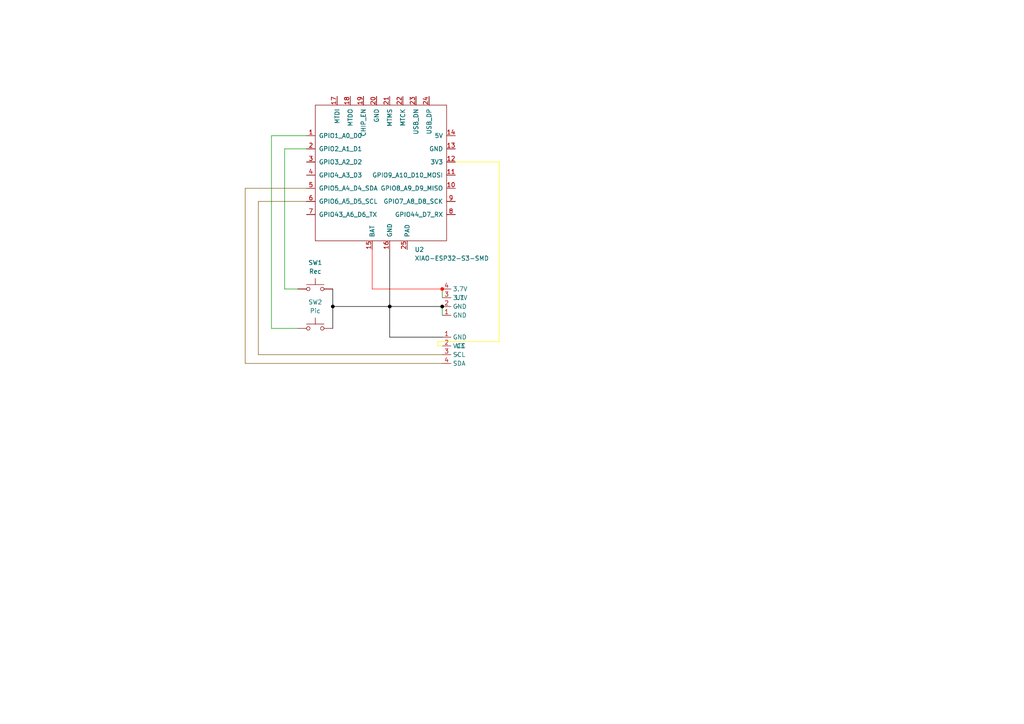
<source format=kicad_sch>
(kicad_sch (version 20250114) (generator "eeschema") (generator_version "9.0")
  (paper "A4")
  (lib_symbols
    (symbol "0.91OLED:0.91OLED"
      (property "Reference" "U" (at 0 0 0))
      (symbol "0.91OLED_1_1"
        (pin power_in line (at 0 2.54 0) (length 2.54) (name "GND") (number "1"))
        (pin power_in line (at 0 0 0) (length 2.54) (name "VCC") (number "2"))
        (pin input line (at 0 -2.54 0) (length 2.54) (name "SCL") (number "3"))
        (pin output line (at 0 -5.08 0) (length 2.54) (name "SDA") (number "4"))
      )
    )
    (symbol "Adafruit:JST-PH_2-Pin_SMT_Right_Angle_Breakout_Board"
      (property "Reference" "U" (at 0 0 0))
      (symbol "JST-PH_2-Pin_SMT_Right_Angle_Breakout_Board_1_1"
        (pin power_out line (at 0 -2.54 0) (length 2.54) (name "3.7V") (number "4"))
        (pin power_out line (at 0 -5.08 0) (length 2.54) (name "3.7V") (number "3"))
        (pin power_out line (at 0 -7.62 0) (length 2.54) (name "GND") (number "2"))
        (pin power_out line (at 0 -10.16 0) (length 2.54) (name "GND") (number "1"))
      )
    )
    (symbol "Seeed Studio XIAO ESP32-S3:XIAO-ESP32-S3-SMD" (pin_names (offset 1.016))
      (property "Reference" "U" (at -18.542 23.114 0))
      (property "Value" "XIAO-ESP32-S3-SMD" (at -8.382 21.336 0))
      (symbol "XIAO-ESP32-S3-SMD_0_1"
        (rectangle (start 19.05 -19.05) (end -19.05 20.32))
      )
      (symbol "XIAO-ESP32-S3-SMD_1_1"
        (pin passive line (at -21.59 11.43 0) (length 2.54) (name "GPIO1_A0_D0") (number "1"))
        (pin passive line (at -21.59 7.62 0) (length 2.54) (name "GPIO2_A1_D1") (number "2"))
        (pin passive line (at -21.59 3.81 0) (length 2.54) (name "GPIO3_A2_D2") (number "3"))
        (pin passive line (at -21.59 0 0) (length 2.54) (name "GPIO4_A3_D3") (number "4"))
        (pin passive line (at -21.59 -3.81 0) (length 2.54) (name "GPIO5_A4_D4_SDA") (number "5"))
        (pin passive line (at -21.59 -7.62 0) (length 2.54) (name "GPIO6_A5_D5_SCL") (number "6"))
        (pin passive line (at -21.59 -11.43 0) (length 2.54) (name "GPIO43_A6_D6_TX") (number "7"))
        (pin passive line (at -12.7 22.86 270) (length 2.54) (name "MTDI") (number "17"))
        (pin passive line (at -8.89 22.86 270) (length 2.54) (name "MTDO") (number "18"))
        (pin passive line (at -5.08 22.86 270) (length 2.54) (name "CHIP_EN") (number "19"))
        (pin passive line (at -2.54 -21.59 90) (length 2.54) (name "BAT") (number "15"))
        (pin passive line (at -1.27 22.86 270) (length 2.54) (name "GND") (number "20"))
        (pin passive line (at 2.54 22.86 270) (length 2.54) (name "MTMS") (number "21"))
        (pin passive line (at 2.54 -21.59 90) (length 2.54) (name "GND") (number "16"))
        (pin passive line (at 6.35 22.86 270) (length 2.54) (name "MTCK") (number "22"))
        (pin passive line (at 7.62 -21.59 90) (length 2.54) (name "PAD") (number "25"))
        (pin passive line (at 10.16 22.86 270) (length 2.54) (name "USB_DN") (number "23"))
        (pin passive line (at 13.97 22.86 270) (length 2.54) (name "USB_DP") (number "24"))
        (pin passive line (at 21.59 11.43 180) (length 2.54) (name "5V") (number "14"))
        (pin passive line (at 21.59 7.62 180) (length 2.54) (name "GND") (number "13"))
        (pin passive line (at 21.59 3.81 180) (length 2.54) (name "3V3") (number "12"))
        (pin passive line (at 21.59 0 180) (length 2.54) (name "GPIO9_A10_D10_MOSI") (number "11"))
        (pin passive line (at 21.59 -3.81 180) (length 2.54) (name "GPIO8_A9_D9_MISO") (number "10"))
        (pin passive line (at 21.59 -7.62 180) (length 2.54) (name "GPIO7_A8_D8_SCK") (number "9"))
        (pin passive line (at 21.59 -11.43 180) (length 2.54) (name "GPIO44_D7_RX") (number "8"))
      )
    )
    (symbol "Switch:SW_Push" (pin_numbers (hide yes)) (pin_names (offset 1.016) (hide yes))
      (property "Reference" "SW" (at 1.27 2.54 0))
      (property "Value" "SW_Push" (at 0 -1.524 0))
      (symbol "SW_Push_0_1"
        (circle (center -2.032 0) (radius 0.508))
        (polyline (pts (xy 0 1.27) (xy 0 3.048)))
        (circle (center 2.032 0) (radius 0.508))
        (polyline (pts (xy 2.54 1.27) (xy -2.54 1.27)))
        (pin passive line (at -5.08 0 0) (length 2.54) (name "1") (number "1"))
        (pin passive line (at 5.08 0 180) (length 2.54) (name "2") (number "2"))
      )
    )
  )
  (junction (at 113.03 88.9) (color 0 0 0 1))
  (junction (at 128.27 88.9) (color 0 0 0 1))
  (junction (at 128.27 83.82) (color 255 15 0 1))
  (junction (at 96.52 88.9) (color 0 0 0 1))
  (wire (pts (xy 113.03 97.79) (xy 113.03 88.9)) (stroke (width 0) (color 0 0 0 1)))
  (wire (pts (xy 74.93 102.87) (xy 74.93 58.42)) (stroke (width 0) (color 125 89 7 1)))
  (wire (pts (xy 74.93 58.42) (xy 88.9 58.42)) (stroke (width 0) (color 125 89 7 1)))
  (wire (pts (xy 127 99.06) (xy 144.78 99.06)) (stroke (width 0) (color 255 248 0 1)))
  (wire (pts (xy 128.27 97.79) (xy 113.03 97.79)) (stroke (width 0) (color 0 0 0 1)))
  (wire (pts (xy 144.78 99.06) (xy 144.78 46.99)) (stroke (width 0) (color 255 248 0 1)))
  (wire (pts (xy 128.27 100.33) (xy 127 100.33)) (stroke (width 0) (color 255 248 0 1)))
  (wire (pts (xy 86.36 95.25) (xy 78.74 95.25)))
  (wire (pts (xy 128.27 88.9) (xy 128.27 91.44)))
  (wire (pts (xy 107.95 72.39) (xy 107.95 83.82)) (stroke (width 0) (color 255 11 0 1)))
  (wire (pts (xy 127 100.33) (xy 127 99.06)) (stroke (width 0) (color 255 248 0 1)))
  (wire (pts (xy 128.27 88.9) (xy 113.03 88.9)) (stroke (width 0) (color 0 0 0 1)))
  (wire (pts (xy 82.55 43.18) (xy 88.9 43.18)))
  (wire (pts (xy 96.52 88.9) (xy 113.03 88.9)) (stroke (width 0) (color 0 0 0 1)))
  (wire (pts (xy 96.52 83.82) (xy 96.52 88.9)) (stroke (width 0) (color 0 0 0 1)))
  (wire (pts (xy 82.55 83.82) (xy 82.55 43.18)))
  (wire (pts (xy 78.74 39.37) (xy 88.9 39.37)))
  (wire (pts (xy 96.52 88.9) (xy 96.52 95.25)) (stroke (width 0) (color 0 0 0 1)))
  (wire (pts (xy 113.03 72.39) (xy 113.03 88.9)) (stroke (width 0) (color 0 0 0 1)))
  (wire (pts (xy 128.27 105.41) (xy 71.12 105.41)) (stroke (width 0) (color 125 89 7 1)))
  (wire (pts (xy 128.27 83.82) (xy 107.95 83.82)) (stroke (width 0) (color 255 17 0 1)))
  (wire (pts (xy 86.36 83.82) (xy 82.55 83.82)))
  (wire (pts (xy 144.78 46.99) (xy 132.08 46.99)) (stroke (width 0) (color 255 248 0 1)))
  (wire (pts (xy 71.12 105.41) (xy 71.12 54.61)) (stroke (width 0) (color 125 89 7 1)))
  (wire (pts (xy 78.74 95.25) (xy 78.74 39.37)))
  (wire (pts (xy 71.12 54.61) (xy 88.9 54.61)) (stroke (width 0) (color 125 89 7 1)))
  (wire (pts (xy 128.27 102.87) (xy 74.93 102.87)) (stroke (width 0) (color 125 89 7 1)))
  (wire (pts (xy 128.27 83.82) (xy 128.27 86.36)))
  (symbol (lib_id "0.91OLED:0.91OLED") (at 128.27 100.33 0) (unit 1)
    (property "Reference" "U3" (at 132.08 100.3299 0) (effects (justify left)))
    (property "Value" "~" (at 132.08 102.8699 0) (effects (justify left)))
    (property "Footprint" "0.91OLED:SSD1306-0.91-OLED-4pin-128x32" (effects (hide yes)))
  )
  (symbol (lib_id "Switch:SW_Push") (at 91.44 95.25 0) (unit 1)
    (property "Reference" "SW2" (at 91.44 87.63 0))
    (property "Value" "Pic" (at 91.44 90.17 0))
    (property "Footprint" "Button_Switch_THT:SW_PUSH_6mm" (effects (hide yes)))
    (property "Description" "Push button switch, generic, two pins" (effects (hide yes)))
  )
  (symbol (lib_id "Adafruit:JST-PH_2-Pin_SMT_Right_Angle_Breakout_Board") (at 128.27 81.28 0) (unit 1)
    (property "Reference" "U1" (at 132.08 86.3599 0) (effects (justify left)))
    (property "Value" "~" (at 132.08 88.8999 0) (effects (justify left)))
    (property "Footprint" "JST-PH 2-Pin SMT Right Angle Breakout Board:JST-PH 2-Pin SMT Right Angle Breakout Board" (effects (hide yes)))
  )
  (symbol (lib_id "Switch:SW_Push") (at 91.44 83.82 0) (unit 1)
    (property "Reference" "SW1" (at 91.44 76.2 0))
    (property "Value" "Rec" (at 91.44 78.74 0))
    (property "Footprint" "Button_Switch_THT:SW_PUSH_6mm" (effects (hide yes)))
    (property "Description" "Push button switch, generic, two pins" (effects (hide yes)))
  )
  (symbol (lib_id "Seeed Studio XIAO ESP32-S3:XIAO-ESP32-S3-SMD") (at 110.49 50.8 0) (unit 1)
    (property "Reference" "U2" (at 120.2533 72.39 0) (effects (justify left)))
    (property "Value" "XIAO-ESP32-S3-SMD" (at 120.2533 74.93 0) (effects (justify left)))
    (property "Footprint" "Seeed Studio XIAO ESP32-S3:XIAO-ESP32S3-SMD" (effects (hide yes)))
  )
)
</source>
